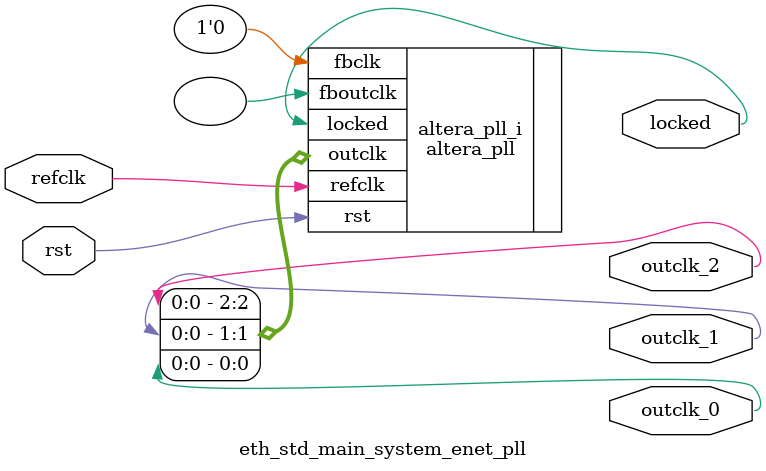
<source format=v>
`timescale 1ns/10ps
module  eth_std_main_system_enet_pll(

	// interface 'refclk'
	input wire refclk,

	// interface 'reset'
	input wire rst,

	// interface 'outclk0'
	output wire outclk_0,

	// interface 'outclk1'
	output wire outclk_1,

	// interface 'outclk2'
	output wire outclk_2,

	// interface 'locked'
	output wire locked
);

	altera_pll #(
		.fractional_vco_multiplier("false"),
		.reference_clock_frequency("50.0 MHz"),
		.operation_mode("normal"),
		.number_of_clocks(3),
		.output_clock_frequency0("125.000000 MHz"),
		.phase_shift0("0 ps"),
		.duty_cycle0(50),
		.output_clock_frequency1("25.000000 MHz"),
		.phase_shift1("0 ps"),
		.duty_cycle1(50),
		.output_clock_frequency2("2.500000 MHz"),
		.phase_shift2("0 ps"),
		.duty_cycle2(50),
		.output_clock_frequency3("0 MHz"),
		.phase_shift3("0 ps"),
		.duty_cycle3(50),
		.output_clock_frequency4("0 MHz"),
		.phase_shift4("0 ps"),
		.duty_cycle4(50),
		.output_clock_frequency5("0 MHz"),
		.phase_shift5("0 ps"),
		.duty_cycle5(50),
		.output_clock_frequency6("0 MHz"),
		.phase_shift6("0 ps"),
		.duty_cycle6(50),
		.output_clock_frequency7("0 MHz"),
		.phase_shift7("0 ps"),
		.duty_cycle7(50),
		.output_clock_frequency8("0 MHz"),
		.phase_shift8("0 ps"),
		.duty_cycle8(50),
		.output_clock_frequency9("0 MHz"),
		.phase_shift9("0 ps"),
		.duty_cycle9(50),
		.output_clock_frequency10("0 MHz"),
		.phase_shift10("0 ps"),
		.duty_cycle10(50),
		.output_clock_frequency11("0 MHz"),
		.phase_shift11("0 ps"),
		.duty_cycle11(50),
		.output_clock_frequency12("0 MHz"),
		.phase_shift12("0 ps"),
		.duty_cycle12(50),
		.output_clock_frequency13("0 MHz"),
		.phase_shift13("0 ps"),
		.duty_cycle13(50),
		.output_clock_frequency14("0 MHz"),
		.phase_shift14("0 ps"),
		.duty_cycle14(50),
		.output_clock_frequency15("0 MHz"),
		.phase_shift15("0 ps"),
		.duty_cycle15(50),
		.output_clock_frequency16("0 MHz"),
		.phase_shift16("0 ps"),
		.duty_cycle16(50),
		.output_clock_frequency17("0 MHz"),
		.phase_shift17("0 ps"),
		.duty_cycle17(50),
		.pll_type("General"),
		.pll_subtype("General")
	) altera_pll_i (
		.rst	(rst),
		.outclk	({outclk_2, outclk_1, outclk_0}),
		.locked	(locked),
		.fboutclk	( ),
		.fbclk	(1'b0),
		.refclk	(refclk)
	);
endmodule


</source>
